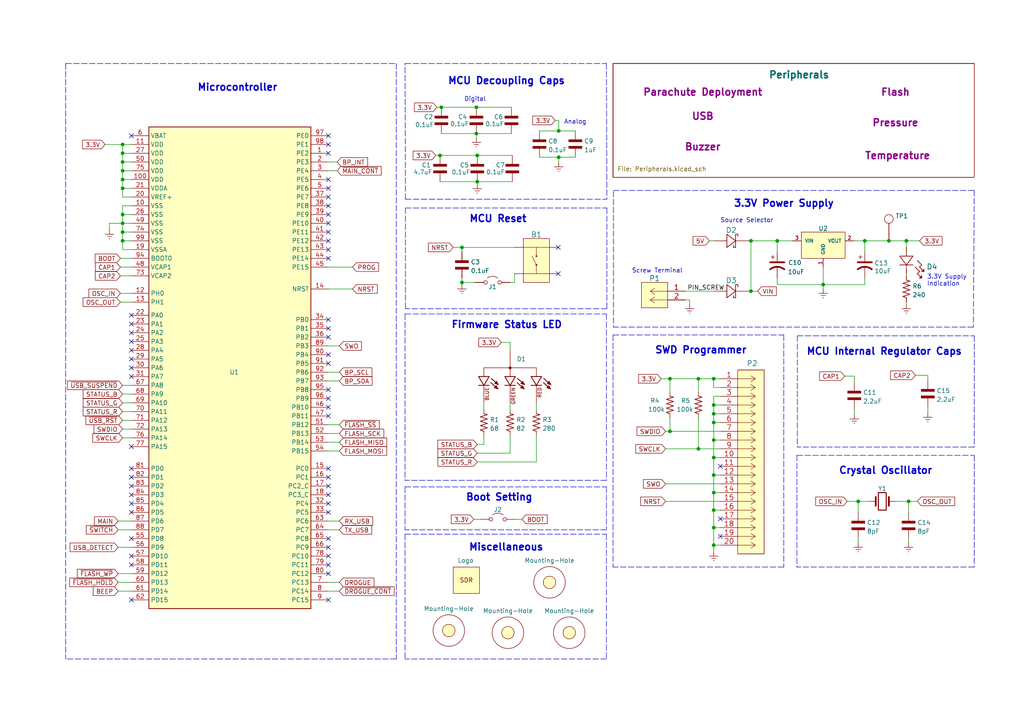
<source format=kicad_sch>
(kicad_sch (version 20211123) (generator eeschema)
  (paper "A4")
  (title_block (title "Flight Computer Lite") (date "2022-12-17") (rev "1.0") (company "Sun Devil Rocketry Avionics") (comment 1 "Author: Colton Acosta"))
  (lib_symbols
    (symbol "Flight-Computer-Lite:Earth" (power) (pin_names (offset 0))
      (symbol "Earth_1_1"
        (pin power_in line (at 0 0 270) (length 0) hide (name "Earth") (number "1"))
      )
    )
    (symbol "Flight-Computer-Lite:Mounting-Hole" (pin_names (offset 1.016)))
    (symbol "Flight-Computer-Lite:STM32H750VBTx"
      (property "Reference" "U" (at -3.81 78.74 0))
      (symbol "STM32H750VBTx_1_1"
        (pin bidirectional line (at 27.94 66.04 180) (length 5.08) (name "PE2") (number "1"))
        (pin power_in line (at -29.21 50.8 0) (length 5.08) (name "VSS") (number "10"))
        (pin power_in line (at -29.21 58.42 0) (length 5.08) (name "VDD") (number "100"))
        (pin power_in line (at -29.21 68.58 0) (length 5.08) (name "VDD") (number "11"))
        (pin input line (at -29.21 25.4 0) (length 5.08) (name "PH0") (number "12"))
        (pin input line (at -29.21 22.86 0) (length 5.08) (name "PH1") (number "13"))
        (pin input line (at 27.94 26.67 180) (length 5.08) (name "NRST") (number "14"))
        (pin bidirectional line (at 27.94 -25.4 180) (length 5.08) (name "PC0") (number "15"))
        (pin bidirectional line (at 27.94 -27.94 180) (length 5.08) (name "PC1") (number "16"))
        (pin bidirectional line (at 27.94 -30.48 180) (length 5.08) (name "PC2_C") (number "17"))
        (pin bidirectional line (at 27.94 -33.02 180) (length 5.08) (name "PC3_C") (number "18"))
        (pin power_in line (at -29.21 38.1 0) (length 5.08) (name "VSSA") (number "19"))
        (pin bidirectional line (at 27.94 63.5 180) (length 5.08) (name "PE3") (number "2"))
        (pin power_in line (at -29.21 53.34 0) (length 5.08) (name "VREF+") (number "20"))
        (pin power_in line (at -29.21 55.88 0) (length 5.08) (name "VDDA") (number "21"))
        (pin bidirectional line (at -29.21 19.05 0) (length 5.08) (name "PA0") (number "22"))
        (pin bidirectional line (at -29.21 16.51 0) (length 5.08) (name "PA1") (number "23"))
        (pin bidirectional line (at -29.21 13.97 0) (length 5.08) (name "PA2") (number "24"))
        (pin bidirectional line (at -29.21 11.43 0) (length 5.08) (name "PA3") (number "25"))
        (pin power_in line (at -29.21 48.26 0) (length 5.08) (name "VSS") (number "26"))
        (pin power_in line (at -29.21 66.04 0) (length 5.08) (name "VDD") (number "27"))
        (pin bidirectional line (at -29.21 8.89 0) (length 5.08) (name "PA4") (number "28"))
        (pin bidirectional line (at -29.21 6.35 0) (length 5.08) (name "PA5") (number "29"))
        (pin bidirectional line (at 27.94 60.96 180) (length 5.08) (name "PE4") (number "3"))
        (pin bidirectional line (at -29.21 3.81 0) (length 5.08) (name "PA6") (number "30"))
        (pin bidirectional line (at -29.21 1.27 0) (length 5.08) (name "PA7") (number "31"))
        (pin bidirectional line (at 27.94 -35.56 180) (length 5.08) (name "PC4") (number "32"))
        (pin bidirectional line (at 27.94 -38.1 180) (length 5.08) (name "PC5") (number "33"))
        (pin bidirectional line (at 27.94 17.78 180) (length 5.08) (name "PB0") (number "34"))
        (pin bidirectional line (at 27.94 15.24 180) (length 5.08) (name "PB1") (number "35"))
        (pin bidirectional line (at 27.94 12.7 180) (length 5.08) (name "PB2") (number "36"))
        (pin bidirectional line (at 27.94 53.34 180) (length 5.08) (name "PE7") (number "37"))
        (pin bidirectional line (at 27.94 50.8 180) (length 5.08) (name "PE8") (number "38"))
        (pin bidirectional line (at 27.94 48.26 180) (length 5.08) (name "PE9") (number "39"))
        (pin bidirectional line (at 27.94 58.42 180) (length 5.08) (name "PE5") (number "4"))
        (pin bidirectional line (at 27.94 45.72 180) (length 5.08) (name "PE10") (number "40"))
        (pin bidirectional line (at 27.94 43.18 180) (length 5.08) (name "PE11") (number "41"))
        (pin bidirectional line (at 27.94 40.64 180) (length 5.08) (name "PE12") (number "42"))
        (pin bidirectional line (at 27.94 38.1 180) (length 5.08) (name "PE13") (number "43"))
        (pin bidirectional line (at 27.94 35.56 180) (length 5.08) (name "PE14") (number "44"))
        (pin bidirectional line (at 27.94 33.02 180) (length 5.08) (name "PE15") (number "45"))
        (pin bidirectional line (at 27.94 -7.62 180) (length 5.08) (name "PB10") (number "46"))
        (pin bidirectional line (at 27.94 -10.16 180) (length 5.08) (name "PB11") (number "47"))
        (pin passive line (at -29.21 33.02 0) (length 5.08) (name "VCAP1") (number "48"))
        (pin power_in line (at -29.21 45.72 0) (length 5.08) (name "VSS") (number "49"))
        (pin bidirectional line (at 27.94 55.88 180) (length 5.08) (name "PE6") (number "5"))
        (pin power_in line (at -29.21 63.5 0) (length 5.08) (name "VDD") (number "50"))
        (pin bidirectional line (at 27.94 -12.7 180) (length 5.08) (name "PB12") (number "51"))
        (pin bidirectional line (at 27.94 -15.24 180) (length 5.08) (name "PB13") (number "52"))
        (pin bidirectional line (at 27.94 -17.78 180) (length 5.08) (name "PB14") (number "53"))
        (pin bidirectional line (at 27.94 -20.32 180) (length 5.08) (name "PB15") (number "54"))
        (pin bidirectional line (at -29.21 -45.72 0) (length 5.08) (name "PD8") (number "55"))
        (pin bidirectional line (at -29.21 -48.26 0) (length 5.08) (name "PD9") (number "56"))
        (pin bidirectional line (at -29.21 -50.8 0) (length 5.08) (name "PD10") (number "57"))
        (pin bidirectional line (at -29.21 -53.34 0) (length 5.08) (name "PD11") (number "58"))
        (pin bidirectional line (at -29.21 -55.88 0) (length 5.08) (name "PD12") (number "59"))
        (pin power_in line (at -29.21 71.12 0) (length 5.08) (name "VBAT") (number "6"))
        (pin bidirectional line (at -29.21 -58.42 0) (length 5.08) (name "PD13") (number "60"))
        (pin bidirectional line (at -29.21 -60.96 0) (length 5.08) (name "PD14") (number "61"))
        (pin bidirectional line (at -29.21 -63.5 0) (length 5.08) (name "PD15") (number "62"))
        (pin bidirectional line (at 27.94 -40.64 180) (length 5.08) (name "PC6") (number "63"))
        (pin bidirectional line (at 27.94 -43.18 180) (length 5.08) (name "PC7") (number "64"))
        (pin bidirectional line (at 27.94 -45.72 180) (length 5.08) (name "PC8") (number "65"))
        (pin bidirectional line (at 27.94 -48.26 180) (length 5.08) (name "PC9") (number "66"))
        (pin bidirectional line (at -29.21 -1.27 0) (length 5.08) (name "PA8") (number "67"))
        (pin bidirectional line (at -29.21 -3.81 0) (length 5.08) (name "PA9") (number "68"))
        (pin bidirectional line (at -29.21 -6.35 0) (length 5.08) (name "PA10") (number "69"))
        (pin bidirectional line (at 27.94 -58.42 180) (length 5.08) (name "PC13") (number "7"))
        (pin bidirectional line (at -29.21 -8.89 0) (length 5.08) (name "PA11") (number "70"))
        (pin bidirectional line (at -29.21 -11.43 0) (length 5.08) (name "PA12") (number "71"))
        (pin bidirectional line (at -29.21 -13.97 0) (length 5.08) (name "PA13") (number "72"))
        (pin passive line (at -29.21 30.48 0) (length 5.08) (name "VCAP2") (number "73"))
        (pin power_in line (at -29.21 43.18 0) (length 5.08) (name "VSS") (number "74"))
        (pin power_in line (at -29.21 60.96 0) (length 5.08) (name "VDD") (number "75"))
        (pin bidirectional line (at -29.21 -16.51 0) (length 5.08) (name "PA14") (number "76"))
        (pin bidirectional line (at -29.21 -19.05 0) (length 5.08) (name "PA15") (number "77"))
        (pin bidirectional line (at 27.94 -50.8 180) (length 5.08) (name "PC10") (number "78"))
        (pin bidirectional line (at 27.94 -53.34 180) (length 5.08) (name "PC11") (number "79"))
        (pin bidirectional line (at 27.94 -60.96 180) (length 5.08) (name "PC14") (number "8"))
        (pin bidirectional line (at 27.94 -55.88 180) (length 5.08) (name "PC12") (number "80"))
        (pin bidirectional line (at -29.21 -25.4 0) (length 5.08) (name "PD0") (number "81"))
        (pin bidirectional line (at -29.21 -27.94 0) (length 5.08) (name "PD1") (number "82"))
        (pin bidirectional line (at -29.21 -30.48 0) (length 5.08) (name "PD2") (number "83"))
        (pin bidirectional line (at -29.21 -33.02 0) (length 5.08) (name "PD3") (number "84"))
        (pin bidirectional line (at -29.21 -35.56 0) (length 5.08) (name "PD4") (number "85"))
        (pin bidirectional line (at -29.21 -38.1 0) (length 5.08) (name "PD5") (number "86"))
        (pin bidirectional line (at -29.21 -40.64 0) (length 5.08) (name "PD6") (number "87"))
        (pin bidirectional line (at -29.21 -43.18 0) (length 5.08) (name "PD7") (number "88"))
        (pin bidirectional line (at 27.94 10.16 180) (length 5.08) (name "PB3") (number "89"))
        (pin bidirectional line (at 27.94 -63.5 180) (length 5.08) (name "PC15") (number "9"))
        (pin bidirectional line (at 27.94 7.62 180) (length 5.08) (name "PB4") (number "90"))
        (pin bidirectional line (at 27.94 5.08 180) (length 5.08) (name "PB5") (number "91"))
        (pin bidirectional line (at 27.94 2.54 180) (length 5.08) (name "PB6") (number "92"))
        (pin bidirectional line (at 27.94 0 180) (length 5.08) (name "PB7") (number "93"))
        (pin input line (at -29.21 35.56 0) (length 5.08) (name "BOOT0") (number "94"))
        (pin bidirectional line (at 27.94 -2.54 180) (length 5.08) (name "PB8") (number "95"))
        (pin bidirectional line (at 27.94 -5.08 180) (length 5.08) (name "PB9") (number "96"))
        (pin bidirectional line (at 27.94 71.12 180) (length 5.08) (name "PE0") (number "97"))
        (pin bidirectional line (at 27.94 68.58 180) (length 5.08) (name "PE1") (number "98"))
        (pin power_in line (at -29.21 40.64 0) (length 5.08) (name "VSS") (number "99"))
      )
    )
    (symbol "Flight-Computer:1546551-2" (pin_names (offset 0.254) hide)
      (property "Reference" "P" (at 8.89 6.35 0))
      (symbol "1546551-2_1_1"
        (pin passive line (at 0 0 0) (length 5.08) (name "5") (number "1"))
        (pin passive line (at 0 -2.54 0) (length 5.08) (name "6") (number "2"))
      )
    )
    (symbol "Flight-Computer:3220-20-0200-00" (pin_names (offset 0.254) hide)
      (property "Reference" "P" (at 8.89 6.35 0))
      (symbol "3220-20-0200-00_1_1"
        (pin passive line (at 0 0 0) (length 5.08) (name "1") (number "1"))
        (pin passive line (at 0 -22.86 0) (length 5.08) (name "10") (number "10"))
        (pin passive line (at 0 -25.4 0) (length 5.08) (name "11") (number "11"))
        (pin passive line (at 0 -27.94 0) (length 5.08) (name "12") (number "12"))
        (pin passive line (at 0 -30.48 0) (length 5.08) (name "13") (number "13"))
        (pin passive line (at 0 -33.02 0) (length 5.08) (name "14") (number "14"))
        (pin passive line (at 0 -35.56 0) (length 5.08) (name "15") (number "15"))
        (pin passive line (at 0 -38.1 0) (length 5.08) (name "16") (number "16"))
        (pin passive line (at 0 -40.64 0) (length 5.08) (name "17") (number "17"))
        (pin passive line (at 0 -43.18 0) (length 5.08) (name "18") (number "18"))
        (pin passive line (at 0 -45.72 0) (length 5.08) (name "19") (number "19"))
        (pin passive line (at 0 -2.54 0) (length 5.08) (name "2") (number "2"))
        (pin passive line (at 0 -48.26 0) (length 5.08) (name "20") (number "20"))
        (pin passive line (at 0 -5.08 0) (length 5.08) (name "3") (number "3"))
        (pin passive line (at 0 -7.62 0) (length 5.08) (name "4") (number "4"))
        (pin passive line (at 0 -10.16 0) (length 5.08) (name "5") (number "5"))
        (pin passive line (at 0 -12.7 0) (length 5.08) (name "6") (number "6"))
        (pin passive line (at 0 -15.24 0) (length 5.08) (name "7") (number "7"))
        (pin passive line (at 0 -17.78 0) (length 5.08) (name "8") (number "8"))
        (pin passive line (at 0 -20.32 0) (length 5.08) (name "9") (number "9"))
      )
    )
    (symbol "Flight-Computer:CAP_0603" (pin_numbers hide) (pin_names (offset 1.016) hide)
      (property "Reference" "C" (at -1.27 3.81 0))
      (property "Value" "CAP_0603" (at -3.81 -3.81 0))
      (symbol "CAP_0603_0_0"
        (pin passive line (at 3.81 0 180) (length 2.54) (name "~") (number "1"))
        (pin passive line (at -3.81 0 0) (length 2.54) (name "~") (number "2"))
      )
    )
    (symbol "Flight-Computer:CAP_Polar" (pin_numbers hide) (pin_names (offset 0.254) hide)
      (property "Reference" "C" (at 0.635 2.54 0))
      (property "Value" "CAP_Polar" (at 0.635 -2.54 0))
      (symbol "CAP_Polar_1_1"
        (pin passive line (at 0 3.81 270) (length 2.794) (name "~") (number "1"))
        (pin passive line (at 0 -3.81 90) (length 3.302) (name "~") (number "2"))
      )
    )
    (symbol "Flight-Computer:CLMVC-FKA-CL1D1L71BB7C3C3" (pin_numbers hide) (pin_names (offset 1.016) hide)
      (property "Reference" "D" (at 13.97 -1.27 0))
      (symbol "CLMVC-FKA-CL1D1L71BB7C3C3_0_0"
        (text "BLUE" (at 3.048 -6.096 0) (effects (font (size 1.016 1.016)) (justify left bottom)))
        (text "GREEN" (at 3.048 1.524 0) (effects (font (size 1.016 1.016)) (justify left bottom)))
        (text "RED" (at 3.048 9.144 0) (effects (font (size 1.016 1.016)) (justify left bottom)))
        (pin passive line (at -7.62 0 0) (length 5.08) (name "~") (number "1"))
        (pin passive line (at 7.62 -7.62 180) (length 5.08) (name "~") (number "2"))
        (pin passive line (at 7.62 0 180) (length 5.08) (name "~") (number "3"))
        (pin passive line (at 7.62 7.62 180) (length 5.08) (name "~") (number "4"))
      )
    )
    (symbol "Flight-Computer:ECS-240-18-33-JGN-TR" (pin_numbers hide) (pin_names (offset 1.016) hide)
      (property "Reference" "Y" (at 0 3.81 0))
      (symbol "ECS-240-18-33-JGN-TR_1_1"
        (pin passive line (at -3.81 0 0) (length 1.27) (name "1") (number "1"))
        (pin no_connect line (at -3.175 5.08 270) (length 2.54) hide (name "") (number "2"))
        (pin passive line (at 3.81 0 180) (length 1.27) (name "3") (number "3"))
        (pin no_connect line (at -6.35 5.08 270) (length 2.54) hide (name "") (number "4"))
      )
    )
    (symbol "Flight-Computer:Earth" (power) (pin_names (offset 0))
      (symbol "Earth_1_1"
        (pin power_in line (at 0 0 270) (length 0) hide (name "Earth") (number "1"))
      )
    )
    (symbol "Flight-Computer:Jumper_NO" (pin_numbers hide) (pin_names (offset 0) hide)
      (property "Reference" "J" (at 0 2.794 0))
      (symbol "Jumper_NO_1_1"
        (pin passive line (at -5.08 0 0) (length 2.54) (name "A") (number "1"))
        (pin passive line (at 5.08 0 180) (length 2.54) (name "B") (number "2"))
      )
    )
    (symbol "Flight-Computer:LMS8117AMP-3.3_NOPB" (pin_names (offset 1.016))
      (property "Reference" "U" (at -1.27 5.08 0))
      (symbol "LMS8117AMP-3.3_NOPB_1_1"
        (pin input line (at 0 -6.35 90) (length 2.54) (name "GND") (number "1"))
        (pin power_out line (at 8.89 1.27 180) (length 2.54) (name "VOUT") (number "2"))
        (pin input line (at -8.89 1.27 0) (length 2.54) (name "VIN") (number "3"))
      )
    )
    (symbol "Flight-Computer:Logo" (pin_names (offset 1.016))
      (property "Reference" "LOGO" (at 0 5.08 0))
      (property "Value" "Logo" (at 0 -5.08 0))
      (symbol "Logo_0_0"
        (text "SDR" (at 0 0 0) (effects (font (size 1.27 1.27))))
      )
    )
    (symbol "Flight-Computer:Mounting-Hole" (pin_names (offset 1.016)))
    (symbol "Flight-Computer:PTS647SM38SMTR2LFS" (pin_numbers hide) (pin_names (offset 0.254) hide)
      (property "Reference" "B" (at -1.27 8.89 0))
      (symbol "PTS647SM38SMTR2LFS_1_1"
        (pin passive line (at -6.35 -3.81 0) (length 2.54) (name "1") (number "1"))
        (pin passive line (at 6.35 3.81 180) (length 2.54) (name "2") (number "2"))
        (pin passive line (at -6.35 3.81 0) (length 2.54) (name "3") (number "3"))
        (pin passive line (at 6.35 -3.81 180) (length 2.54) (name "4") (number "4"))
      )
    )
    (symbol "Flight-Computer:RES_0603" (pin_numbers hide) (pin_names (offset 1.016) hide)
      (property "Reference" "R" (at -1.27 1.27 0))
      (property "Value" "RES_0603" (at -3.81 -2.54 0))
      (symbol "RES_0603_0_0"
        (pin passive line (at -3.81 0 0) (length 1.27) (name "~") (number "1"))
        (pin passive line (at 3.81 0 180) (length 1.27) (name "~") (number "2"))
      )
    )
    (symbol "Flight-Computer:SM5819PL-TP" (pin_numbers hide) (pin_names hide)
      (property "Reference" "D" (at 0 4.445 0))
      (symbol "SM5819PL-TP_1_1"
        (pin passive line (at 5.08 0 180) (length 2.54) (name "~") (number "1"))
        (pin passive line (at -5.08 0 0) (length 2.54) (name "~") (number "2"))
      )
    )
    (symbol "Flight-Computer:SML-LX1206GC-TR" (pin_numbers hide) (pin_names hide)
      (property "Reference" "D" (at 3.81 5.08 0))
      (symbol "SML-LX1206GC-TR_1_1"
        (pin passive line (at 0 -2.54 90) (length 1.27) (name "1") (number "1"))
        (pin passive line (at 0 5.08 270) (length 1.27) (name "2") (number "2"))
      )
    )
    (symbol "Flight-Computer:TP" (pin_numbers hide) (pin_names (offset 1.016) hide)
      (property "Reference" "TP" (at 0 8.89 0))
      (property "Value" "TP" (at 0 8.89 0))
      (symbol "TP_1_1"
        (pin passive line (at 0 0 90) (length 5.08) (name "~") (number "1"))
      )
    )
    (symbol "Jumper_NO_1" (pin_numbers hide) (pin_names (offset 0) hide)
      (property "Reference" "J" (at 0 2.794 0))
      (symbol "Jumper_NO_1_1_1"
        (pin passive line (at -5.08 0 0) (length 2.54) (name "A") (number "1"))
        (pin passive line (at 5.08 0 180) (length 2.54) (name "B") (number "2"))
      )
    )
  )
  (junction (at 202.565 109.855))
  (junction (at 207.01 147.955))
  (junction (at 238.76 82.55))
  (junction (at 207.01 117.475))
  (junction (at 207.01 122.555))
  (junction (at 35.56 49.53))
  (junction (at 207.01 127.635))
  (junction (at 248.92 145.415))
  (junction (at 138.43 45.085))
  (junction (at 35.56 41.91))
  (junction (at 35.56 44.45))
  (junction (at 207.01 153.035))
  (junction (at 194.31 125.095))
  (junction (at 262.89 69.85))
  (junction (at 127.635 45.085))
  (junction (at 133.985 71.755))
  (junction (at 207.01 120.015))
  (junction (at 202.565 130.175))
  (junction (at 207.01 137.795))
  (junction (at 217.805 84.455))
  (junction (at 263.525 145.415))
  (junction (at 35.56 62.23))
  (junction (at 35.56 67.31))
  (junction (at 128.016 31.115))
  (junction (at 207.01 109.855))
  (junction (at 35.56 54.61))
  (junction (at 194.31 109.855))
  (junction (at 257.81 69.85))
  (junction (at 225.425 69.85))
  (junction (at 162.052 37.973))
  (junction (at 35.56 64.77))
  (junction (at 250.825 69.85))
  (junction (at 35.56 69.85))
  (junction (at 35.56 52.07))
  (junction (at 138.176 38.735))
  (junction (at 35.56 46.99))
  (junction (at 133.985 81.915))
  (junction (at 162.052 45.593))
  (junction (at 138.43 52.705))
  (junction (at 207.01 158.115))
  (junction (at 207.01 132.715))
  (junction (at 138.176 31.115))
  (junction (at 207.01 142.875))
  (junction (at 217.805 69.85))
  (no_connect (at 95.25 118.11))
  (no_connect (at 95.25 105.41))
  (no_connect (at 95.25 120.65))
  (no_connect (at 95.25 64.77))
  (no_connect (at 38.1 146.05))
  (no_connect (at 38.1 39.37))
  (no_connect (at 38.1 93.98))
  (no_connect (at 95.25 173.99))
  (no_connect (at 95.25 163.83))
  (no_connect (at 161.925 71.755))
  (no_connect (at 38.1 173.99))
  (no_connect (at 38.1 143.51))
  (no_connect (at 38.1 96.52))
  (no_connect (at 95.25 67.31))
  (no_connect (at 95.25 161.29))
  (no_connect (at 38.1 138.43))
  (no_connect (at 38.1 140.97))
  (no_connect (at 95.25 140.97))
  (no_connect (at 95.25 72.39))
  (no_connect (at 161.925 79.375))
  (no_connect (at 95.25 69.85))
  (no_connect (at 95.25 158.75))
  (no_connect (at 208.915 135.255))
  (no_connect (at 95.25 92.71))
  (no_connect (at 38.1 104.14))
  (no_connect (at 95.25 62.23))
  (no_connect (at 95.25 97.79))
  (no_connect (at 95.25 54.61))
  (no_connect (at 95.25 44.45))
  (no_connect (at 95.25 166.37))
  (no_connect (at 95.25 138.43))
  (no_connect (at 95.25 41.91))
  (no_connect (at 38.1 163.83))
  (no_connect (at 95.25 95.25))
  (no_connect (at 95.25 148.59))
  (no_connect (at 95.25 113.03))
  (no_connect (at 95.25 102.87))
  (no_connect (at 95.25 146.05))
  (no_connect (at 95.25 52.07))
  (no_connect (at 38.1 135.89))
  (no_connect (at 95.25 59.69))
  (no_connect (at 95.25 57.15))
  (no_connect (at 38.1 101.6))
  (no_connect (at 38.1 148.59))
  (no_connect (at 38.1 109.22))
  (no_connect (at 95.25 115.57))
  (no_connect (at 38.1 161.29))
  (no_connect (at 95.25 74.93))
  (no_connect (at 38.1 156.21))
  (no_connect (at 38.1 99.06))
  (no_connect (at 95.25 156.21))
  (no_connect (at 38.1 106.68))
  (no_connect (at 208.915 155.575))
  (no_connect (at 38.1 91.44))
  (no_connect (at 95.25 135.89))
  (no_connect (at 38.1 129.54))
  (no_connect (at 95.25 39.37))
  (no_connect (at 208.915 150.495))
  (no_connect (at 95.25 143.51))
  (wire (pts (xy 95.25 49.53) (xy 97.79 49.53)))
  (wire (pts (xy 155.575 116.84) (xy 155.575 118.745)))
  (wire (pts (xy 34.29 168.91) (xy 38.1 168.91)))
  (wire (pts (xy 35.56 54.61) (xy 38.1 54.61)))
  (wire (pts (xy 217.805 84.455) (xy 217.17 84.455)))
  (wire (pts (xy 262.89 87.63) (xy 262.89 88.265)))
  (wire (pts (xy 138.176 38.735) (xy 148.336 38.735)))
  (polyline (pts (xy 175.895 154.94) (xy 175.895 191.135)))
  (wire (pts (xy 162.052 34.925) (xy 162.052 37.973)))
  (wire (pts (xy 194.31 121.285) (xy 194.31 125.095)))
  (wire (pts (xy 35.56 67.31) (xy 38.1 67.31)))
  (wire (pts (xy 250.825 69.85) (xy 250.825 73.025)))
  (wire (pts (xy 147.955 131.445) (xy 147.955 126.365)))
  (wire (pts (xy 138.176 38.735) (xy 138.176 40.005)))
  (wire (pts (xy 147.955 99.314) (xy 147.955 101.6)))
  (wire (pts (xy 126.746 31.115) (xy 128.016 31.115)))
  (wire (pts (xy 247.777 109.093) (xy 247.777 110.871)))
  (wire (pts (xy 194.31 109.855) (xy 194.31 113.665)))
  (polyline (pts (xy 114.935 18.415) (xy 114.935 191.135)))
  (wire (pts (xy 95.25 83.82) (xy 102.235 83.82)))
  (wire (pts (xy 194.31 125.095) (xy 208.915 125.095)))
  (wire (pts (xy 30.48 41.91) (xy 35.56 41.91)))
  (wire (pts (xy 238.76 82.55) (xy 238.76 83.82)))
  (wire (pts (xy 138.43 133.985) (xy 155.575 133.985)))
  (wire (pts (xy 207.01 117.475) (xy 207.01 120.015)))
  (wire (pts (xy 127.635 52.705) (xy 138.43 52.705)))
  (wire (pts (xy 250.825 80.645) (xy 250.825 82.55)))
  (wire (pts (xy 128.016 31.115) (xy 138.176 31.115)))
  (wire (pts (xy 269.113 108.839) (xy 269.113 110.363)))
  (wire (pts (xy 138.43 52.705) (xy 138.43 53.467)))
  (wire (pts (xy 31.75 64.77) (xy 31.75 66.675)))
  (wire (pts (xy 207.01 147.955) (xy 207.01 153.035)))
  (wire (pts (xy 207.01 112.395) (xy 207.01 109.855)))
  (polyline (pts (xy 175.895 91.059) (xy 175.895 139.319)))
  (wire (pts (xy 208.915 127.635) (xy 207.01 127.635)))
  (wire (pts (xy 262.89 71.755) (xy 262.89 69.85)))
  (wire (pts (xy 34.925 80.01) (xy 38.1 80.01)))
  (wire (pts (xy 194.31 109.855) (xy 191.77 109.855)))
  (wire (pts (xy 207.01 109.855) (xy 202.565 109.855)))
  (wire (pts (xy 128.016 38.735) (xy 138.176 38.735)))
  (wire (pts (xy 35.56 44.45) (xy 38.1 44.45)))
  (wire (pts (xy 208.915 140.335) (xy 193.04 140.335)))
  (wire (pts (xy 35.56 41.91) (xy 35.56 44.45)))
  (wire (pts (xy 208.915 114.935) (xy 207.01 114.935)))
  (wire (pts (xy 147.955 116.84) (xy 147.955 118.745)))
  (wire (pts (xy 193.04 130.175) (xy 202.565 130.175)))
  (wire (pts (xy 162.052 45.593) (xy 166.878 45.593)))
  (wire (pts (xy 35.56 52.07) (xy 35.56 54.61)))
  (wire (pts (xy 35.56 46.99) (xy 38.1 46.99)))
  (polyline (pts (xy 117.602 60.325) (xy 117.602 89.535)))
  (polyline (pts (xy 117.602 57.785) (xy 117.475 18.415)))
  (polyline (pts (xy 177.927 55.245) (xy 282.575 55.245)))
  (wire (pts (xy 133.985 80.645) (xy 133.985 81.915)))
  (wire (pts (xy 95.25 100.33) (xy 98.425 100.33)))
  (wire (pts (xy 35.56 116.84) (xy 38.1 116.84)))
  (wire (pts (xy 35.56 64.77) (xy 38.1 64.77)))
  (polyline (pts (xy 231.267 97.409) (xy 231.267 129.667)))
  (wire (pts (xy 162.052 37.973) (xy 166.878 37.973)))
  (wire (pts (xy 208.915 158.115) (xy 207.01 158.115)))
  (wire (pts (xy 149.225 79.375) (xy 149.225 81.915)))
  (polyline (pts (xy 117.475 141.224) (xy 175.895 141.224)))
  (wire (pts (xy 138.176 31.115) (xy 148.336 31.115)))
  (wire (pts (xy 34.925 74.93) (xy 38.1 74.93)))
  (wire (pts (xy 248.92 156.21) (xy 248.92 157.48)))
  (wire (pts (xy 95.25 77.47) (xy 102.235 77.47)))
  (wire (pts (xy 34.29 153.67) (xy 38.1 153.67)))
  (wire (pts (xy 193.04 145.415) (xy 208.915 145.415)))
  (wire (pts (xy 208.915 117.475) (xy 207.01 117.475)))
  (wire (pts (xy 35.56 57.15) (xy 38.1 57.15)))
  (wire (pts (xy 202.565 109.855) (xy 194.31 109.855)))
  (polyline (pts (xy 282.575 164.465) (xy 231.14 164.465)))
  (wire (pts (xy 138.43 45.085) (xy 148.59 45.085)))
  (wire (pts (xy 35.56 52.07) (xy 38.1 52.07)))
  (wire (pts (xy 35.56 44.45) (xy 35.56 46.99)))
  (wire (pts (xy 35.56 62.23) (xy 38.1 62.23)))
  (wire (pts (xy 200.025 86.995) (xy 200.025 88.265)))
  (wire (pts (xy 263.525 145.415) (xy 263.525 148.59)))
  (polyline (pts (xy 117.602 60.325) (xy 176.022 60.325)))
  (wire (pts (xy 208.915 153.035) (xy 207.01 153.035)))
  (polyline (pts (xy 175.895 141.224) (xy 175.895 153.67)))
  (wire (pts (xy 34.29 171.45) (xy 38.1 171.45)))
  (wire (pts (xy 35.56 111.76) (xy 38.1 111.76)))
  (polyline (pts (xy 117.475 141.224) (xy 117.475 153.67)))
  (wire (pts (xy 202.565 130.175) (xy 208.915 130.175)))
  (wire (pts (xy 247.777 118.491) (xy 247.777 120.269)))
  (wire (pts (xy 155.575 133.985) (xy 155.575 126.365)))
  (polyline (pts (xy 282.575 55.245) (xy 282.321 94.869)))
  (polyline (pts (xy 227.33 97.155) (xy 227.33 164.465)))
  (wire (pts (xy 238.76 82.55) (xy 238.76 77.47)))
  (wire (pts (xy 217.805 84.455) (xy 219.71 84.455)))
  (wire (pts (xy 207.01 127.635) (xy 207.01 132.715)))
  (wire (pts (xy 207.01 120.015) (xy 207.01 122.555)))
  (wire (pts (xy 145.415 99.314) (xy 147.955 99.314)))
  (wire (pts (xy 207.01 137.795) (xy 207.01 142.875)))
  (polyline (pts (xy 282.321 94.869) (xy 177.927 94.869)))
  (wire (pts (xy 208.915 132.715) (xy 207.01 132.715)))
  (wire (pts (xy 198.755 86.995) (xy 200.025 86.995)))
  (polyline (pts (xy 117.475 91.059) (xy 117.475 139.319)))
  (wire (pts (xy 193.04 125.095) (xy 194.31 125.095)))
  (wire (pts (xy 95.25 151.13) (xy 98.425 151.13)))
  (wire (pts (xy 247.65 69.85) (xy 250.825 69.85)))
  (wire (pts (xy 250.825 82.55) (xy 238.76 82.55)))
  (wire (pts (xy 95.25 46.99) (xy 97.79 46.99)))
  (wire (pts (xy 95.25 130.81) (xy 98.425 130.81)))
  (wire (pts (xy 225.425 82.55) (xy 238.76 82.55)))
  (polyline (pts (xy 175.895 153.67) (xy 117.475 153.67)))
  (wire (pts (xy 35.56 69.85) (xy 35.56 72.39)))
  (wire (pts (xy 208.915 142.875) (xy 207.01 142.875)))
  (wire (pts (xy 35.56 54.61) (xy 35.56 57.15)))
  (polyline (pts (xy 117.475 18.415) (xy 175.895 18.415)))
  (wire (pts (xy 208.915 122.555) (xy 207.01 122.555)))
  (wire (pts (xy 34.29 158.75) (xy 38.1 158.75)))
  (wire (pts (xy 263.525 145.415) (xy 266.065 145.415)))
  (wire (pts (xy 35.56 46.99) (xy 35.56 49.53)))
  (wire (pts (xy 162.052 45.593) (xy 162.052 47.117)))
  (polyline (pts (xy 176.022 89.535) (xy 117.602 89.535)))
  (wire (pts (xy 207.01 114.935) (xy 207.01 117.475)))
  (wire (pts (xy 208.915 147.955) (xy 207.01 147.955)))
  (polyline (pts (xy 282.575 129.667) (xy 231.267 129.667)))
  (polyline (pts (xy 117.475 154.94) (xy 117.475 191.135)))
  (wire (pts (xy 35.56 72.39) (xy 38.1 72.39)))
  (wire (pts (xy 35.56 59.69) (xy 35.56 62.23)))
  (polyline (pts (xy 231.14 132.08) (xy 282.575 132.08)))
  (wire (pts (xy 35.56 127) (xy 38.1 127)))
  (wire (pts (xy 35.56 114.3) (xy 38.1 114.3)))
  (wire (pts (xy 35.56 119.38) (xy 38.1 119.38)))
  (wire (pts (xy 35.56 64.77) (xy 31.75 64.77)))
  (polyline (pts (xy 231.14 132.08) (xy 231.14 164.465)))
  (wire (pts (xy 95.25 168.91) (xy 98.425 168.91)))
  (wire (pts (xy 217.17 69.85) (xy 217.805 69.85)))
  (wire (pts (xy 149.479 150.622) (xy 151.384 150.622)))
  (wire (pts (xy 133.985 71.755) (xy 149.225 71.755)))
  (wire (pts (xy 263.525 156.21) (xy 263.525 157.48)))
  (wire (pts (xy 34.925 87.63) (xy 38.1 87.63)))
  (wire (pts (xy 207.01 142.875) (xy 207.01 147.955)))
  (polyline (pts (xy 117.475 154.94) (xy 175.895 154.94)))
  (polyline (pts (xy 282.575 97.409) (xy 282.575 129.667)))
  (wire (pts (xy 156.464 45.593) (xy 162.052 45.593)))
  (wire (pts (xy 161.036 34.925) (xy 162.052 34.925)))
  (polyline (pts (xy 282.575 132.08) (xy 282.575 164.465)))
  (wire (pts (xy 198.755 84.455) (xy 207.01 84.455)))
  (wire (pts (xy 35.56 62.23) (xy 35.56 64.77)))
  (wire (pts (xy 35.56 41.91) (xy 38.1 41.91)))
  (wire (pts (xy 207.01 132.715) (xy 207.01 137.795)))
  (polyline (pts (xy 19.05 18.415) (xy 19.05 191.135)))
  (polyline (pts (xy 175.895 18.415) (xy 176.022 57.785)))
  (wire (pts (xy 133.985 73.025) (xy 133.985 71.755)))
  (wire (pts (xy 138.43 131.445) (xy 147.955 131.445)))
  (polyline (pts (xy 227.33 164.465) (xy 177.8 164.465)))
  (wire (pts (xy 35.56 121.92) (xy 38.1 121.92)))
  (wire (pts (xy 207.01 158.115) (xy 207.01 160.02)))
  (wire (pts (xy 208.915 112.395) (xy 207.01 112.395)))
  (wire (pts (xy 156.464 37.973) (xy 162.052 37.973)))
  (wire (pts (xy 131.445 71.755) (xy 133.985 71.755)))
  (wire (pts (xy 205.74 69.85) (xy 207.01 69.85)))
  (polyline (pts (xy 175.895 139.319) (xy 117.475 139.319)))
  (wire (pts (xy 259.715 145.415) (xy 263.525 145.415)))
  (wire (pts (xy 95.25 153.67) (xy 98.425 153.67)))
  (wire (pts (xy 202.565 121.285) (xy 202.565 130.175)))
  (polyline (pts (xy 117.475 91.059) (xy 175.895 91.059)))
  (polyline (pts (xy 117.602 57.785) (xy 176.022 57.785)))
  (wire (pts (xy 262.89 69.85) (xy 266.7 69.85)))
  (wire (pts (xy 207.01 122.555) (xy 207.01 127.635)))
  (wire (pts (xy 248.92 145.415) (xy 252.095 145.415)))
  (wire (pts (xy 208.915 120.015) (xy 207.01 120.015)))
  (wire (pts (xy 208.915 137.795) (xy 207.01 137.795)))
  (wire (pts (xy 269.113 117.983) (xy 269.113 119.761)))
  (wire (pts (xy 133.985 81.915) (xy 133.985 82.55)))
  (wire (pts (xy 202.565 109.855) (xy 202.565 113.665)))
  (wire (pts (xy 35.56 49.53) (xy 35.56 52.07)))
  (wire (pts (xy 257.81 69.85) (xy 262.89 69.85)))
  (wire (pts (xy 35.56 49.53) (xy 38.1 49.53)))
  (wire (pts (xy 35.56 64.77) (xy 35.56 67.31)))
  (wire (pts (xy 217.805 69.85) (xy 217.805 84.455)))
  (wire (pts (xy 126.365 45.085) (xy 127.635 45.085)))
  (wire (pts (xy 140.335 128.905) (xy 138.43 128.905)))
  (polyline (pts (xy 177.8 97.155) (xy 227.33 97.155)))
  (wire (pts (xy 95.25 171.45) (xy 98.425 171.45)))
  (wire (pts (xy 138.43 52.705) (xy 148.59 52.705)))
  (wire (pts (xy 140.335 126.365) (xy 140.335 128.905)))
  (polyline (pts (xy 177.927 55.499) (xy 177.927 94.869)))
  (wire (pts (xy 35.56 69.85) (xy 38.1 69.85)))
  (wire (pts (xy 95.25 123.19) (xy 98.425 123.19)))
  (wire (pts (xy 225.425 80.645) (xy 225.425 82.55)))
  (polyline (pts (xy 19.05 18.415) (xy 114.935 18.415)))
  (wire (pts (xy 35.56 67.31) (xy 35.56 69.85)))
  (wire (pts (xy 34.925 77.47) (xy 38.1 77.47)))
  (wire (pts (xy 35.56 124.46) (xy 38.1 124.46)))
  (wire (pts (xy 244.983 109.093) (xy 247.777 109.093)))
  (wire (pts (xy 95.25 110.49) (xy 98.425 110.49)))
  (wire (pts (xy 34.29 151.13) (xy 38.1 151.13)))
  (wire (pts (xy 207.01 109.855) (xy 208.915 109.855)))
  (wire (pts (xy 262.89 80.01) (xy 262.89 79.375)))
  (wire (pts (xy 95.25 128.27) (xy 98.425 128.27)))
  (wire (pts (xy 245.745 145.415) (xy 248.92 145.415)))
  (wire (pts (xy 34.925 85.09) (xy 38.1 85.09)))
  (wire (pts (xy 140.335 116.84) (xy 140.335 118.745)))
  (wire (pts (xy 225.425 69.85) (xy 225.425 73.025)))
  (wire (pts (xy 137.414 150.622) (xy 139.319 150.622)))
  (wire (pts (xy 207.01 153.035) (xy 207.01 158.115)))
  (wire (pts (xy 248.92 145.415) (xy 248.92 148.59)))
  (wire (pts (xy 34.29 166.37) (xy 38.1 166.37)))
  (wire (pts (xy 225.425 69.85) (xy 229.87 69.85)))
  (wire (pts (xy 95.25 125.73) (xy 98.425 125.73)))
  (wire (pts (xy 147.955 81.915) (xy 149.225 81.915)))
  (polyline (pts (xy 177.8 97.155) (xy 177.8 164.465)))
  (wire (pts (xy 38.1 59.69) (xy 35.56 59.69)))
  (polyline (pts (xy 176.022 60.325) (xy 176.022 89.535)))
  (wire (pts (xy 127.635 45.085) (xy 138.43 45.085)))
  (polyline (pts (xy 114.935 191.135) (xy 19.05 191.135)))
  (wire (pts (xy 133.985 81.915) (xy 137.795 81.915)))
  (polyline (pts (xy 175.895 191.135) (xy 117.475 191.135)))
  (wire (pts (xy 250.825 69.85) (xy 257.81 69.85)))
  (wire (pts (xy 265.557 108.839) (xy 269.113 108.839)))
  (wire (pts (xy 217.805 69.85) (xy 225.425 69.85)))
  (wire (pts (xy 95.25 107.95) (xy 98.425 107.95)))
  (polyline (pts (xy 231.267 97.409) (xy 282.575 97.409)))
  (text "MCU Decoupling Caps" (at 129.794 24.765 0) (effects (font (size 2.032 2.032) (thickness 0.4064) bold) (justify left bottom)))
  (text "MCU Reset" (at 136.017 64.77 0) (effects (font (size 2.032 2.032) (thickness 0.4064) bold) (justify left bottom)))
  (text "Digital" (at 134.62 29.591 0) (effects (font (size 1.27 1.27)) (justify left bottom)))
  (text "Source Selector" (at 208.915 64.77 0) (effects (font (size 1.27 1.27)) (justify left bottom)))
  (text "Analog" (at 163.576 36.195 0) (effects (font (size 1.27 1.27)) (justify left bottom)))
  (text "MCU Internal Regulator Caps" (at 233.807 103.251 0) (effects (font (size 2.032 2.032) (thickness 0.4064) bold) (justify left bottom)))
  (text "3.3V Supply\nIndication" (at 268.859 83.185 0) (effects (font (size 1.27 1.27)) (justify left bottom)))
  (text "Miscellaneous" (at 135.89 160.02 0) (effects (font (size 2.032 2.032) (thickness 0.4064) bold) (justify left bottom)))
  (text "Boot Setting" (at 135.001 145.542 0) (effects (font (size 2.032 2.032) (thickness 0.4064) bold) (justify left bottom)))
  (text "3.3V Power Supply" (at 212.725 60.325 0) (effects (font (size 2.032 2.032) (thickness 0.4064) bold) (justify left bottom)))
  (text "Firmware Status LED" (at 130.81 95.504 0) (effects (font (size 2.032 2.032) (thickness 0.4064) bold) (justify left bottom)))
  (text "Screw Terminal" (at 183.261 79.375 0) (effects (font (size 1.27 1.27)) (justify left bottom)))
  (text "SWD Programmer" (at 189.865 102.87 0) (effects (font (size 2.032 2.032) (thickness 0.4064) bold) (justify left bottom)))
  (text "Microcontroller" (at 57.15 26.67 0) (effects (font (size 2.032 2.032) (thickness 0.4064) bold) (justify left bottom)))
  (text "Crystal Oscillator" (at 243.205 137.795 0) (effects (font (size 2.032 2.032) (thickness 0.4064) bold) (justify left bottom)))
  (label "PIN_SCREW" (at 199.39 84.455 0))
  (global_label "~{USB_RST}" (shape input) (at 35.56 121.92 180) (property "Intersheet References" "${INTERSHEET_REFS}" (effects hide)))
  (global_label "SWO" (shape input) (at 193.04 140.335 180) (property "Intersheet References" "${INTERSHEET_REFS}" (effects hide)))
  (global_label "3.3V" (shape input) (at 161.036 34.925 180) (property "Intersheet References" "${INTERSHEET_REFS}" (effects hide)))
  (global_label "SWDIO" (shape input) (at 35.56 124.46 180) (property "Intersheet References" "${INTERSHEET_REFS}" (effects hide)))
  (global_label "STATUS_G" (shape input) (at 35.56 116.84 180) (property "Intersheet References" "${INTERSHEET_REFS}" (effects hide)))
  (global_label "OSC_IN" (shape input) (at 34.925 85.09 180) (property "Intersheet References" "${INTERSHEET_REFS}" (effects hide)))
  (global_label "3.3V" (shape input) (at 30.48 41.91 180) (property "Intersheet References" "${INTERSHEET_REFS}" (effects hide)))
  (global_label "BP_INT" (shape input) (at 97.79 46.99 0) (property "Intersheet References" "${INTERSHEET_REFS}" (effects hide)))
  (global_label "~{FLASH_HOLD}" (shape input) (at 34.29 168.91 180) (property "Intersheet References" "${INTERSHEET_REFS}" (effects hide)))
  (global_label "STATUS_B" (shape input) (at 138.43 128.905 180) (property "Intersheet References" "${INTERSHEET_REFS}" (effects hide)))
  (global_label "BP_SDA" (shape input) (at 98.425 110.49 0) (property "Intersheet References" "${INTERSHEET_REFS}" (effects hide)))
  (global_label "NRST" (shape input) (at 131.445 71.755 180) (property "Intersheet References" "${INTERSHEET_REFS}" (effects hide)))
  (global_label "3.3V" (shape input) (at 266.7 69.85 0) (property "Intersheet References" "${INTERSHEET_REFS}" (effects hide)))
  (global_label "5V" (shape input) (at 205.74 69.85 180) (property "Intersheet References" "${INTERSHEET_REFS}" (effects hide)))
  (global_label "MAIN" (shape input) (at 34.29 151.13 180) (property "Intersheet References" "${INTERSHEET_REFS}" (effects hide)))
  (global_label "CAP2" (shape input) (at 34.925 80.01 180) (property "Intersheet References" "${INTERSHEET_REFS}" (effects hide)))
  (global_label "VIN" (shape input) (at 219.71 84.455 0) (property "Intersheet References" "${INTERSHEET_REFS}" (effects hide)))
  (global_label "3.3V" (shape input) (at 137.414 150.622 180) (property "Intersheet References" "${INTERSHEET_REFS}" (effects hide)))
  (global_label "~{FLASH_WP}" (shape input) (at 34.29 166.37 180) (property "Intersheet References" "${INTERSHEET_REFS}" (effects hide)))
  (global_label "TX_USB" (shape input) (at 98.425 153.67 0) (property "Intersheet References" "${INTERSHEET_REFS}" (effects hide)))
  (global_label "PROG" (shape input) (at 102.235 77.47 0) (property "Intersheet References" "${INTERSHEET_REFS}" (effects hide)))
  (global_label "STATUS_R" (shape input) (at 35.56 119.38 180) (property "Intersheet References" "${INTERSHEET_REFS}" (effects hide)))
  (global_label "CAP1" (shape input) (at 244.983 109.093 180) (property "Intersheet References" "${INTERSHEET_REFS}" (effects hide)))
  (global_label "RX_USB" (shape input) (at 98.425 151.13 0) (property "Intersheet References" "${INTERSHEET_REFS}" (effects hide)))
  (global_label "~{MAIN_CONT}" (shape input) (at 97.79 49.53 0) (property "Intersheet References" "${INTERSHEET_REFS}" (effects hide)))
  (global_label "FLASH_MISO" (shape input) (at 98.425 128.27 0) (property "Intersheet References" "${INTERSHEET_REFS}" (effects hide)))
  (global_label "BOOT" (shape input) (at 151.384 150.622 0) (property "Intersheet References" "${INTERSHEET_REFS}" (effects hide)))
  (global_label "SWDIO" (shape input) (at 193.04 125.095 180) (property "Intersheet References" "${INTERSHEET_REFS}" (effects hide)))
  (global_label "CAP1" (shape input) (at 34.925 77.47 180) (property "Intersheet References" "${INTERSHEET_REFS}" (effects hide)))
  (global_label "~{FLASH_SS}" (shape input) (at 98.425 123.19 0) (property "Intersheet References" "${INTERSHEET_REFS}" (effects hide)))
  (global_label "BEEP" (shape input) (at 34.29 171.45 180) (property "Intersheet References" "${INTERSHEET_REFS}" (effects hide)))
  (global_label "OSC_OUT" (shape input) (at 34.925 87.63 180) (property "Intersheet References" "${INTERSHEET_REFS}" (effects hide)))
  (global_label "OSC_OUT" (shape input) (at 266.065 145.415 0) (property "Intersheet References" "${INTERSHEET_REFS}" (effects hide)))
  (global_label "BP_SCL" (shape input) (at 98.425 107.95 0) (property "Intersheet References" "${INTERSHEET_REFS}" (effects hide)))
  (global_label "SWCLK" (shape input) (at 193.04 130.175 180) (property "Intersheet References" "${INTERSHEET_REFS}" (effects hide)))
  (global_label "~{DROGUE_CONT}" (shape input) (at 98.425 171.45 0) (property "Intersheet References" "${INTERSHEET_REFS}" (effects hide)))
  (global_label "FLASH_SCK" (shape input) (at 98.425 125.73 0) (property "Intersheet References" "${INTERSHEET_REFS}" (effects hide)))
  (global_label "OSC_IN" (shape input) (at 245.745 145.415 180) (property "Intersheet References" "${INTERSHEET_REFS}" (effects hide)))
  (global_label "STATUS_G" (shape input) (at 138.43 131.445 180) (property "Intersheet References" "${INTERSHEET_REFS}" (effects hide)))
  (global_label "NRST" (shape input) (at 193.04 145.415 180) (property "Intersheet References" "${INTERSHEET_REFS}" (effects hide)))
  (global_label "FLASH_MOSI" (shape input) (at 98.425 130.81 0) (property "Intersheet References" "${INTERSHEET_REFS}" (effects hide)))
  (global_label "STATUS_R" (shape input) (at 138.43 133.985 180) (property "Intersheet References" "${INTERSHEET_REFS}" (effects hide)))
  (global_label "3.3V" (shape input) (at 126.746 31.115 180) (property "Intersheet References" "${INTERSHEET_REFS}" (effects hide)))
  (global_label "3.3V" (shape input) (at 126.365 45.085 180) (property "Intersheet References" "${INTERSHEET_REFS}" (effects hide)))
  (global_label "DROGUE" (shape input) (at 98.425 168.91 0) (property "Intersheet References" "${INTERSHEET_REFS}" (effects hide)))
  (global_label "NRST" (shape input) (at 102.235 83.82 0) (property "Intersheet References" "${INTERSHEET_REFS}" (effects hide)))
  (global_label "USB_DETECT" (shape input) (at 34.29 158.75 180) (property "Intersheet References" "${INTERSHEET_REFS}" (effects hide)))
  (global_label "SWO" (shape input) (at 98.425 100.33 0) (property "Intersheet References" "${INTERSHEET_REFS}" (effects hide)))
  (global_label "STATUS_B" (shape input) (at 35.56 114.3 180) (property "Intersheet References" "${INTERSHEET_REFS}" (effects hide)))
  (global_label "3.3V" (shape input) (at 191.77 109.855 180) (property "Intersheet References" "${INTERSHEET_REFS}" (effects hide)))
  (global_label "CAP2" (shape input) (at 265.557 108.839 180) (property "Intersheet References" "${INTERSHEET_REFS}" (effects hide)))
  (global_label "~{USB_SUSPEND}" (shape input) (at 35.56 111.76 180) (property "Intersheet References" "${INTERSHEET_REFS}" (effects hide)))
  (global_label "3.3V" (shape input) (at 145.415 99.314 180) (property "Intersheet References" "${INTERSHEET_REFS}" (effects hide)))
  (global_label "SWCLK" (shape input) (at 35.56 127 180) (property "Intersheet References" "${INTERSHEET_REFS}" (effects hide)))
  (global_label "BOOT" (shape input) (at 34.925 74.93 180) (property "Intersheet References" "${INTERSHEET_REFS}" (effects hide)))
  (global_label "~{SWITCH}" (shape input) (at 34.29 153.67 180) (property "Intersheet References" "${INTERSHEET_REFS}" (effects hide)))
  (symbol (lib_id "Flight-Computer:Logo") (at 135.255 168.275 0) (unit 1)
    (property "Reference" "LOGO1" (effects hide))
    (property "Value" "Logo" (at 132.715 162.56 0) (effects (justify left)))
    (property "Footprint" "Flight-Computer-Lite:Logo" (effects hide))
  )
  (symbol (lib_id "Flight-Computer:SML-LX1206GC-TR") (at 262.89 76.835 0) (unit 1)
    (property "Reference" "D4" (at 268.7066 77.3682 0) (effects (font (size 1.524 1.524)) (justify left)))
    (property "Value" "SML-LX1206GC-TR" (effects hide))
    (property "Footprint" "Flight-Computer:SML-LX1206GC-TR" (effects hide))
  )
  (symbol (lib_id "Flight-Computer:Earth") (at 138.43 53.467 0) (unit 1)
    (property "Reference" "#PWR04" (effects hide))
    (property "Value" "Earth" (effects hide))
  )
  (symbol (lib_id "Flight-Computer-Lite:Earth") (at 31.75 66.675 0) (unit 1)
    (property "Reference" "#PWR01" (effects hide))
    (property "Value" "Earth" (effects hide))
  )
  (symbol (lib_id "Flight-Computer-Lite:STM32H750VBTx") (at 67.31 110.49 0) (unit 1)
    (property "Reference" "U1" (at 67.945 107.95 0))
    (property "Value" "STM32H750VBTx" (effects hide))
    (property "Footprint" "Flight-Computer-Lite:STM32H750VBT6" (effects hide))
    (property "Datasheet" "https://www.st.com/resource/en/datasheet/stm32h750ib.pdf" (effects hide))
  )
  (symbol (lib_id "Flight-Computer:RES_0603") (at 202.565 117.475 90) (unit 1)
    (property "Reference" "R5" (at 197.485 116.205 90) (effects (justify right)))
    (property "Value" "100k" (at 196.215 118.745 90) (effects (justify right)))
    (property "Footprint" "Flight-Computer-Lite:RES_0603" (effects hide))
  )
  (symbol (lib_id "Flight-Computer:Earth") (at 238.76 83.82 0) (unit 1)
    (property "Reference" "#PWR08" (effects hide))
    (property "Value" "Earth" (effects hide))
  )
  (symbol (lib_id "Flight-Computer:SM5819PL-TP") (at 212.09 69.85 0) (unit 1)
    (property "Reference" "D2" (at 212.09 66.7527 0) (effects (font (size 1.524 1.524))))
    (property "Value" "SM5819PL-TP" (effects hide))
    (property "Footprint" "Flight-Computer-Lite:SM5819PL-TP" (effects hide))
  )
  (symbol (lib_id "Flight-Computer:CAP_0603") (at 269.113 114.173 90) (unit 1)
    (property "Reference" "C15" (at 271.653 113.3383 90) (effects (justify right)))
    (property "Value" "2.2uF" (at 271.653 115.8752 90) (effects (justify right)))
    (property "Footprint" "Flight-Computer-Lite:CAP_0603" (effects hide))
  )
  (symbol (lib_id "Flight-Computer:Mounting-Hole") (at 130.175 182.88 0) (unit 1)
    (property "Reference" "H1" (effects hide))
    (property "Value" "Mounting-Hole" (at 130.175 176.53 0))
    (property "Footprint" "Flight-Computer-Lite:MountingHole_3mm" (effects hide))
  )
  (symbol (lib_id "Flight-Computer:CAP_Polar") (at 250.825 76.835 0) (unit 1)
    (property "Reference" "C13" (at 253.619 76.327 0) (effects (justify left)))
    (property "Value" "10uF" (at 253.619 78.613 0) (effects (justify left)))
    (property "Footprint" "Flight-Computer-Lite:T491A106K010AT" (effects hide))
  )
  (symbol (lib_id "Flight-Computer:CAP_0603") (at 133.985 76.835 90) (unit 1)
    (property "Reference" "C3" (at 136.525 76.0003 90) (effects (justify right)))
    (property "Value" "0.1uF" (at 136.525 78.5372 90) (effects (justify right)))
    (property "Footprint" "Flight-Computer-Lite:CAP_0603" (effects hide))
  )
  (symbol (lib_id "Flight-Computer:PTS647SM38SMTR2LFS") (at 155.575 75.565 0) (unit 1)
    (property "Reference" "B1" (at 155.575 68.0481 0) (effects (font (size 1.524 1.524))))
    (property "Value" "PTS647SM38SMTR2LFS" (effects hide))
    (property "Footprint" "Flight-Computer-Lite:PTS647SM38SMTR2LFS" (effects hide))
  )
  (symbol (lib_id "Flight-Computer:RES_0603") (at 262.89 83.82 90) (unit 1)
    (property "Reference" "R6" (at 264.6426 82.9853 90) (effects (justify right)))
    (property "Value" "240" (at 264.6426 85.5222 90) (effects (justify right)))
    (property "Footprint" "Flight-Computer-Lite:RES_0603" (effects hide))
  )
  (symbol (lib_id "Flight-Computer:Earth") (at 138.176 40.005 0) (unit 1)
    (property "Reference" "#PWR03" (effects hide))
    (property "Value" "Earth" (effects hide))
  )
  (symbol (lib_name "Jumper_NO_1") (lib_id "Flight-Computer:Jumper_NO") (at 142.875 81.915 0) (unit 1)
    (property "Reference" "J1" (at 142.875 83.185 0))
    (property "Value" "Jumper_NO" (effects hide))
    (property "Footprint" "Flight-Computer-Lite:Jumper-NO" (effects hide))
  )
  (symbol (lib_id "Flight-Computer:CAP_0603") (at 138.176 34.925 90) (unit 1)
    (property "Reference" "C4" (at 132.842 33.909 90) (effects (justify right)))
    (property "Value" "0.1uF" (at 130.556 35.941 90) (effects (justify right)))
    (property "Footprint" "Flight-Computer-Lite:CAP_0603" (effects hide))
  )
  (symbol (lib_id "Flight-Computer:ECS-240-18-33-JGN-TR") (at 255.905 145.415 0) (unit 1)
    (property "Reference" "Y1" (at 255.905 141.6868 0))
    (property "Value" "ECS-240-18-33-JGN-TR" (effects hide))
    (property "Footprint" "Flight-Computer-Lite:ECS-240-18-33-JGN-TR" (effects hide))
  )
  (symbol (lib_id "Flight-Computer:CAP_0603") (at 166.878 41.783 90) (unit 1)
    (property "Reference" "C9" (at 169.418 40.9483 90) (effects (justify right)))
    (property "Value" "1uF" (at 169.418 43.4852 90) (effects (justify right)))
    (property "Footprint" "Flight-Computer-Lite:CAP_0603" (effects hide))
  )
  (symbol (lib_id "Flight-Computer:CAP_0603") (at 247.777 114.681 90) (unit 1)
    (property "Reference" "C11" (at 250.317 113.8463 90) (effects (justify right)))
    (property "Value" "2.2uF" (at 250.317 116.3832 90) (effects (justify right)))
    (property "Footprint" "Flight-Computer-Lite:CAP_0603" (effects hide))
  )
  (symbol (lib_id "Flight-Computer:Jumper_NO") (at 144.399 150.622 0) (unit 1)
    (property "Reference" "J2" (at 144.399 147.8082 0))
    (property "Value" "Jumper_NO" (effects hide))
    (property "Footprint" "Flight-Computer-Lite:Jumper-NO" (effects hide))
  )
  (symbol (lib_id "Flight-Computer:CAP_0603") (at 148.59 48.895 90) (unit 1)
    (property "Reference" "C7" (at 143.764 47.879 90) (effects (justify right)))
    (property "Value" "0.1uF" (at 140.97 49.911 90) (effects (justify right)))
    (property "Footprint" "Flight-Computer-Lite:CAP_0603" (effects hide))
  )
  (symbol (lib_id "Flight-Computer:TP") (at 257.81 69.85 0) (unit 1)
    (property "Reference" "TP1" (at 259.715 62.6653 0) (effects (justify left)))
    (property "Value" "TP" (effects hide))
    (property "Footprint" "Flight-Computer-Lite:TP" (effects hide))
  )
  (symbol (lib_id "Flight-Computer:Earth") (at 248.92 157.48 0) (unit 1)
    (property "Reference" "#PWR010" (effects hide))
    (property "Value" "Earth" (effects hide))
  )
  (symbol (lib_id "Flight-Computer:SM5819PL-TP") (at 212.09 84.455 0) (unit 1)
    (property "Reference" "D3" (at 212.09 81.3577 0) (effects (font (size 1.524 1.524))))
    (property "Value" "SM5819PL-TP" (effects hide))
    (property "Footprint" "Flight-Computer-Lite:SM5819PL-TP" (effects hide))
  )
  (symbol (lib_id "Flight-Computer:CAP_0603") (at 248.92 152.4 90) (unit 1)
    (property "Reference" "C12" (at 251.46 151.5653 90) (effects (justify right)))
    (property "Value" "8pF" (at 251.46 154.1022 90) (effects (justify right)))
    (property "Footprint" "Flight-Computer-Lite:CAP_0603" (effects hide))
  )
  (symbol (lib_id "Flight-Computer:1546551-2") (at 198.755 84.455 0) (mirror y) (unit 1)
    (property "Reference" "P1" (at 189.865 80.7481 0) (effects (font (size 1.524 1.524))))
    (property "Value" "1546551-2" (effects hide))
    (property "Footprint" "Flight-Computer-Lite:1546551-2" (effects hide))
  )
  (symbol (lib_id "Flight-Computer:Earth") (at 263.525 157.48 0) (unit 1)
    (property "Reference" "#PWR012" (effects hide))
    (property "Value" "Earth" (effects hide))
  )
  (symbol (lib_id "Flight-Computer:CAP_Polar") (at 225.425 76.835 0) (unit 1)
    (property "Reference" "C10" (at 228.6 76.2 0) (effects (justify left)))
    (property "Value" "10uF" (at 228.473 78.867 0) (effects (justify left)))
    (property "Footprint" "Flight-Computer-Lite:T491A106K010AT" (effects hide))
  )
  (symbol (lib_id "Flight-Computer:LMS8117AMP-3.3_NOPB") (at 238.76 71.12 0) (unit 1)
    (property "Reference" "U2" (at 238.76 66.2742 0))
    (property "Value" "LMS8117AMP-3.3_NOPB" (effects hide))
    (property "Footprint" "Flight-Computer-Lite:LMS8117AMP-3.3NOPB" (effects hide))
  )
  (symbol (lib_id "Flight-Computer:Mounting-Hole") (at 165.1 183.515 0) (unit 1)
    (property "Reference" "H3" (effects hide))
    (property "Value" "Mounting-Hole" (at 165.1 177.165 0))
    (property "Footprint" "Flight-Computer-Lite:MountingHole_3mm" (effects hide))
  )
  (symbol (lib_id "Flight-Computer:CAP_0603") (at 156.464 41.783 90) (unit 1)
    (property "Reference" "C8" (at 159.004 40.9483 90) (effects (justify right)))
    (property "Value" "0.1uF" (at 159.004 43.4852 90) (effects (justify right)))
    (property "Footprint" "Flight-Computer-Lite:CAP_0603" (effects hide))
  )
  (symbol (lib_id "Flight-Computer:Earth") (at 162.052 47.117 0) (unit 1)
    (property "Reference" "#PWR05" (effects hide))
    (property "Value" "Earth" (effects hide))
  )
  (symbol (lib_id "Flight-Computer:RES_0603") (at 155.575 122.555 90) (unit 1)
    (property "Reference" "R3" (at 157.3276 121.7203 90) (effects (justify right)))
    (property "Value" "280" (at 157.3276 124.2572 90) (effects (justify right)))
    (property "Footprint" "Flight-Computer-Lite:RES_0603" (effects hide))
  )
  (symbol (lib_id "Flight-Computer-Lite:Mounting-Hole") (at 147.32 183.515 0) (unit 1)
    (property "Reference" "H4" (effects hide))
    (property "Value" "Mounting-Hole" (at 147.32 177.165 0))
    (property "Footprint" "Flight-Computer-Lite:MountingHole_3mm" (effects hide))
  )
  (symbol (lib_id "Flight-Computer:RES_0603") (at 194.31 117.475 90) (unit 1)
    (property "Reference" "R4" (at 188.595 116.205 90) (effects (justify right)))
    (property "Value" "100k" (at 187.96 118.745 90) (effects (justify right)))
    (property "Footprint" "Flight-Computer-Lite:RES_0603" (effects hide))
  )
  (symbol (lib_id "Flight-Computer:CAP_0603") (at 263.525 152.4 90) (unit 1)
    (property "Reference" "C14" (at 266.065 151.5653 90) (effects (justify right)))
    (property "Value" "8pF" (at 266.065 154.1022 90) (effects (justify right)))
    (property "Footprint" "Flight-Computer-Lite:CAP_0603" (effects hide))
  )
  (symbol (lib_id "Flight-Computer:Earth") (at 247.777 120.269 0) (unit 1)
    (property "Reference" "#PWR09" (effects hide))
    (property "Value" "Earth" (effects hide))
  )
  (symbol (lib_id "Flight-Computer:Mounting-Hole") (at 159.385 168.91 0) (unit 1)
    (property "Reference" "H2" (effects hide))
    (property "Value" "Mounting-Hole" (at 159.385 162.56 0))
    (property "Footprint" "Flight-Computer-Lite:MountingHole_3mm" (effects hide))
  )
  (symbol (lib_id "Flight-Computer:3220-20-0200-00") (at 208.915 109.855 0) (unit 1)
    (property "Reference" "P2" (at 216.535 105.41 0) (effects (font (size 1.524 1.524)) (justify left)))
    (property "Value" "3220-20-0200-00" (effects hide))
    (property "Footprint" "Flight-Computer-Lite:3220-20-0200-00" (effects hide))
  )
  (symbol (lib_id "Flight-Computer:Earth") (at 207.01 160.02 0) (unit 1)
    (property "Reference" "#PWR07" (effects hide))
    (property "Value" "Earth" (effects hide))
  )
  (symbol (lib_id "Flight-Computer:Earth") (at 133.985 82.55 0) (unit 1)
    (property "Reference" "#PWR02" (effects hide))
    (property "Value" "Earth" (effects hide))
  )
  (symbol (lib_id "Flight-Computer:Earth") (at 269.113 119.761 0) (unit 1)
    (property "Reference" "#PWR013" (effects hide))
    (property "Value" "Earth" (effects hide))
  )
  (symbol (lib_id "Flight-Computer:CAP_0603") (at 148.336 34.925 90) (unit 1)
    (property "Reference" "C6" (at 143.256 33.909 90) (effects (justify right)))
    (property "Value" "0.1uF" (at 140.716 35.941 90) (effects (justify right)))
    (property "Footprint" "Flight-Computer-Lite:CAP_0603" (effects hide))
  )
  (symbol (lib_id "Flight-Computer:RES_0603") (at 147.955 122.555 90) (unit 1)
    (property "Reference" "R2" (at 149.7076 121.7203 90) (effects (justify right)))
    (property "Value" "82" (at 149.7076 124.2572 90) (effects (justify right)))
    (property "Footprint" "Flight-Computer-Lite:RES_0603" (effects hide))
  )
  (symbol (lib_id "Flight-Computer:CLMVC-FKA-CL1D1L71BB7C3C3") (at 147.955 109.22 270) (unit 1)
    (property "Reference" "D1" (at 149.86 104.14 90) (effects (justify left)))
    (property "Value" "CLMVC-FKA-CL1D1L71BB7C3C3" (effects hide))
    (property "Footprint" "Flight-Computer-Lite:CLMVC-FKA-CL1D1L71BB7C3C3" (effects hide))
  )
  (symbol (lib_id "Flight-Computer:CAP_0603") (at 127.635 48.895 90) (unit 1)
    (property "Reference" "C1" (at 122.301 47.879 90) (effects (justify right)))
    (property "Value" "4.7uF" (at 119.888 49.911 90) (effects (justify right)))
    (property "Footprint" "Flight-Computer-Lite:CAP_0603" (effects hide))
  )
  (symbol (lib_id "Flight-Computer:CAP_0603") (at 138.43 48.895 90) (unit 1)
    (property "Reference" "C5" (at 133.35 47.879 90) (effects (justify right)))
    (property "Value" "0.1uF" (at 130.937 49.911 90) (effects (justify right)))
    (property "Footprint" "Flight-Computer-Lite:CAP_0603" (effects hide))
  )
  (symbol (lib_id "Flight-Computer:Earth") (at 262.89 88.265 0) (unit 1)
    (property "Reference" "#PWR011" (effects hide))
    (property "Value" "Earth" (effects hide))
  )
  (symbol (lib_id "Flight-Computer:RES_0603") (at 140.335 122.555 90) (unit 1)
    (property "Reference" "R1" (at 142.0876 121.7203 90) (effects (justify right)))
    (property "Value" "68" (at 142.0876 124.2572 90) (effects (justify right)))
    (property "Footprint" "Flight-Computer-Lite:RES_0603" (effects hide))
  )
  (symbol (lib_id "Flight-Computer:Earth") (at 200.025 88.265 0) (unit 1)
    (property "Reference" "#PWR06" (effects hide))
    (property "Value" "Earth" (effects hide))
  )
  (symbol (lib_id "Flight-Computer:CAP_0603") (at 128.016 34.925 90) (unit 1)
    (property "Reference" "C2" (at 122.936 33.909 90) (effects (justify right)))
    (property "Value" "0.1uF" (at 120.396 36.195 90) (effects (justify right)))
    (property "Footprint" "Flight-Computer-Lite:CAP_0603" (effects hide))
  )
  (sheet (at 177.8 18.415) (size 104.775 33.02) (stroke (width 0.1524))
    (property "Sheet name" "Peripherals" (at 222.885 22.86 0) (effects (font (size 2.032 2.032) bold) (justify left bottom)))
    (property "Sheet file" "Peripherals.kicad_sch" (at 179.07 48.26 0) (effects (justify left top)))
    (property "Field2" "USB" (at 203.835 33.655 0) (effects (font (size 2.032 2.032) bold)))
    (property "Field3" "Flash" (at 259.715 26.67 0) (effects (font (size 2.032 2.032) bold)))
    (property "Field4" "Parachute Deployment" (at 203.835 26.67 0) (effects (font (size 2.032 2.032) bold)))
    (property "Field5" "Buzzer" (at 203.835 42.545 0) (effects (font (size 2.032 2.032) bold)))
    (property "Field6" "Pressure" (at 259.715 35.56 0) (effects (font (size 2.032 2.032) bold)))
    (property "Field7" "Temperature" (at 260.35 45.085 0) (effects (font (size 2.032 2.032) bold)))
  )
)
</source>
